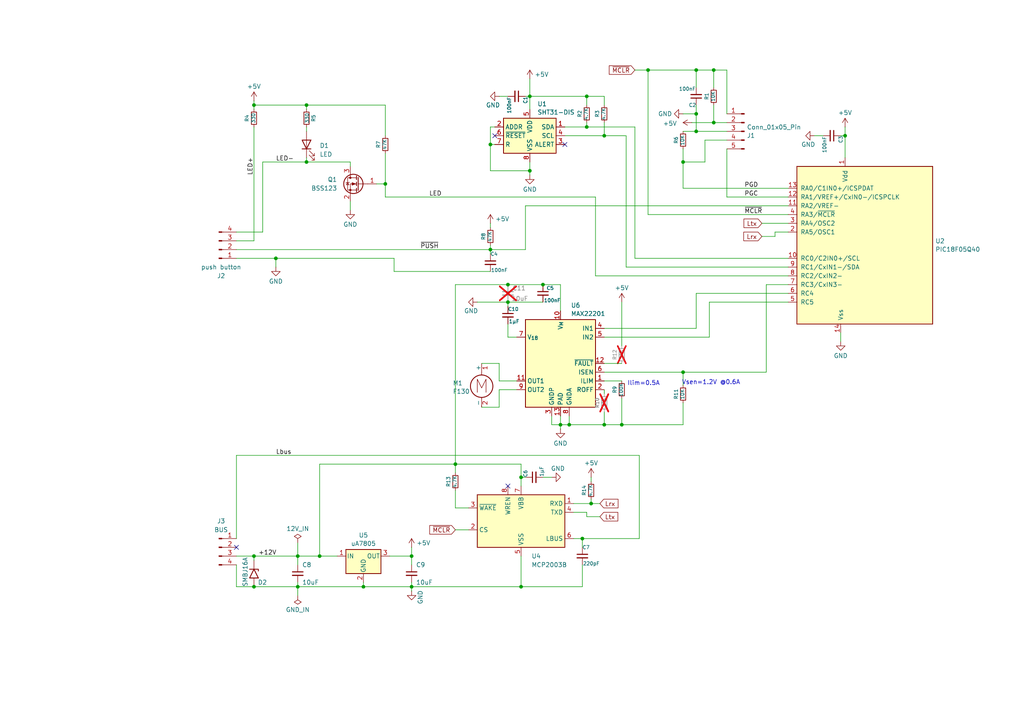
<source format=kicad_sch>
(kicad_sch (version 20231120) (generator "eeschema") (generator_version "8.0")
  (paper "A4")
  (lib_symbols
    (symbol "Connector:Conn_01x04_Pin" (pin_names (offset 1.016) hide)
      (property "Reference" "J" (at 0 5.08 0))
      (property "Value" "Conn_01x04_Pin" (at 0 -7.62 0))
      (symbol "Conn_01x04_Pin_1_1"
        (polyline (pts (xy 1.27 -5.08) (xy 0.8636 -5.08)) (stroke (width 0.1524)))
        (polyline (pts (xy 1.27 -2.54) (xy 0.8636 -2.54)) (stroke (width 0.1524)))
        (polyline (pts (xy 1.27 0) (xy 0.8636 0)) (stroke (width 0.1524)))
        (polyline (pts (xy 1.27 2.54) (xy 0.8636 2.54)) (stroke (width 0.1524)))
        (rectangle (start 0.8636 -4.953) (end 0 -5.207) (stroke (width 0.1524)) (fill (type outline)))
        (rectangle (start 0.8636 -2.413) (end 0 -2.667) (stroke (width 0.1524)) (fill (type outline)))
        (rectangle (start 0.8636 0.127) (end 0 -0.127) (stroke (width 0.1524)) (fill (type outline)))
        (rectangle (start 0.8636 2.667) (end 0 2.413) (stroke (width 0.1524)) (fill (type outline)))
        (pin passive line (at 5.08 2.54 180) (length 3.81) (name "Pin_1") (number "1"))
        (pin passive line (at 5.08 0 180) (length 3.81) (name "Pin_2") (number "2"))
        (pin passive line (at 5.08 -2.54 180) (length 3.81) (name "Pin_3") (number "3"))
        (pin passive line (at 5.08 -5.08 180) (length 3.81) (name "Pin_4") (number "4"))
      )
    )
    (symbol "Connector:Conn_01x05_Pin" (pin_names (offset 1.016) hide)
      (property "Reference" "J" (at 0 7.62 0))
      (property "Value" "Conn_01x05_Pin" (at 0 -7.62 0))
      (symbol "Conn_01x05_Pin_1_1"
        (polyline (pts (xy 1.27 -5.08) (xy 0.8636 -5.08)) (stroke (width 0.1524)))
        (polyline (pts (xy 1.27 -2.54) (xy 0.8636 -2.54)) (stroke (width 0.1524)))
        (polyline (pts (xy 1.27 0) (xy 0.8636 0)) (stroke (width 0.1524)))
        (polyline (pts (xy 1.27 2.54) (xy 0.8636 2.54)) (stroke (width 0.1524)))
        (polyline (pts (xy 1.27 5.08) (xy 0.8636 5.08)) (stroke (width 0.1524)))
        (rectangle (start 0.8636 -4.953) (end 0 -5.207) (stroke (width 0.1524)) (fill (type outline)))
        (rectangle (start 0.8636 -2.413) (end 0 -2.667) (stroke (width 0.1524)) (fill (type outline)))
        (rectangle (start 0.8636 0.127) (end 0 -0.127) (stroke (width 0.1524)) (fill (type outline)))
        (rectangle (start 0.8636 2.667) (end 0 2.413) (stroke (width 0.1524)) (fill (type outline)))
        (rectangle (start 0.8636 5.207) (end 0 4.953) (stroke (width 0.1524)) (fill (type outline)))
        (pin passive line (at 5.08 5.08 180) (length 3.81) (name "Pin_1") (number "1"))
        (pin passive line (at 5.08 2.54 180) (length 3.81) (name "Pin_2") (number "2"))
        (pin passive line (at 5.08 0 180) (length 3.81) (name "Pin_3") (number "3"))
        (pin passive line (at 5.08 -2.54 180) (length 3.81) (name "Pin_4") (number "4"))
        (pin passive line (at 5.08 -5.08 180) (length 3.81) (name "Pin_5") (number "5"))
      )
    )
    (symbol "Device:C_Small" (pin_numbers hide) (pin_names (offset 0.254) hide)
      (property "Reference" "C" (at 0.254 1.778 0))
      (property "Value" "C_Small" (at 0.254 -2.032 0))
      (symbol "C_Small_0_1"
        (polyline (pts (xy -1.524 -0.508) (xy 1.524 -0.508)) (stroke (width 0.3302)))
        (polyline (pts (xy -1.524 0.508) (xy 1.524 0.508)) (stroke (width 0.3048)))
      )
      (symbol "C_Small_1_1"
        (pin passive line (at 0 2.54 270) (length 2.032) (name "~") (number "1"))
        (pin passive line (at 0 -2.54 90) (length 2.032) (name "~") (number "2"))
      )
    )
    (symbol "Device:LED" (pin_numbers hide) (pin_names (offset 1.016) hide)
      (property "Reference" "D" (at 0 2.54 0))
      (property "Value" "LED" (at 0 -2.54 0))
      (symbol "LED_0_1"
        (polyline (pts (xy -1.27 -1.27) (xy -1.27 1.27)) (stroke (width 0.254)))
        (polyline (pts (xy -1.27 0) (xy 1.27 0)))
        (polyline (pts (xy 1.27 -1.27) (xy 1.27 1.27) (xy -1.27 0) (xy 1.27 -1.27)) (stroke (width 0.254)))
        (polyline (pts (xy -3.048 -0.762) (xy -4.572 -2.286) (xy -3.81 -2.286) (xy -4.572 -2.286) (xy -4.572 -1.524)))
        (polyline (pts (xy -1.778 -0.762) (xy -3.302 -2.286) (xy -2.54 -2.286) (xy -3.302 -2.286) (xy -3.302 -1.524)))
      )
      (symbol "LED_1_1"
        (pin passive line (at -3.81 0 0) (length 2.54) (name "K") (number "1"))
        (pin passive line (at 3.81 0 180) (length 2.54) (name "A") (number "2"))
      )
    )
    (symbol "Device:R_Small" (pin_numbers hide) (pin_names (offset 0.254) hide)
      (property "Reference" "R" (at 0.762 0.508 0))
      (property "Value" "R_Small" (at 0.762 -1.016 0))
      (symbol "R_Small_0_1"
        (rectangle (start -0.762 1.778) (end 0.762 -1.778) (stroke (width 0.2032)))
      )
      (symbol "R_Small_1_1"
        (pin passive line (at 0 2.54 270) (length 0.762) (name "~") (number "1"))
        (pin passive line (at 0 -2.54 90) (length 0.762) (name "~") (number "2"))
      )
    )
    (symbol "Diode:1.5KExxA" (pin_numbers hide) (pin_names (offset 1.016) hide)
      (property "Reference" "D" (at 0 2.54 0))
      (property "Value" "1.5KExxA" (at 0 -2.54 0))
      (symbol "1.5KExxA_0_1"
        (polyline (pts (xy -0.762 1.27) (xy -1.27 1.27) (xy -1.27 -1.27)) (stroke (width 0.254)))
        (polyline (pts (xy 1.27 1.27) (xy 1.27 -1.27) (xy -1.27 0) (xy 1.27 1.27)) (stroke (width 0.254)))
      )
      (symbol "1.5KExxA_1_1"
        (pin passive line (at -3.81 0 0) (length 2.54) (name "A1") (number "1"))
        (pin passive line (at 3.81 0 180) (length 2.54) (name "A2") (number "2"))
      )
    )
    (symbol "Driver_Motor:MAX22201"
      (property "Reference" "U" (at 7.62 -13.97 0))
      (property "Value" "MAX22201" (at 0 5.08 0))
      (symbol "MAX22201_0_1"
        (rectangle (start -10.16 12.7) (end 10.16 -12.7) (stroke (width 0.254)) (fill (type background)))
      )
      (symbol "MAX22201_1_1"
        (pin input line (at -12.7 -5.08 0) (length 2.54) (name "ILIM") (number "1"))
        (pin power_in line (at 0 15.24 270) (length 2.54) (name "V_{M}") (number "10"))
        (pin output line (at 12.7 -5.08 180) (length 2.54) (name "OUT1") (number "11"))
        (pin open_collector line (at -12.7 0 0) (length 2.54) (name "~{FAULT}") (number "12"))
        (pin passive line (at 0 -15.24 90) (length 2.54) (name "PAD") (number "13"))
        (pin input line (at -12.7 -7.62 0) (length 2.54) (name "ROFF") (number "2"))
        (pin power_in line (at 2.54 -15.24 90) (length 2.54) (name "GNDP") (number "3"))
        (pin input line (at -12.7 10.16 0) (length 2.54) (name "IN1") (number "4"))
        (pin input line (at -12.7 7.62 0) (length 2.54) (name "IN2") (number "5"))
        (pin output line (at -12.7 -2.54 0) (length 2.54) (name "ISEN") (number "6"))
        (pin power_out line (at 12.7 7.62 180) (length 2.54) (name "V_{18}") (number "7"))
        (pin power_in line (at -2.54 -15.24 90) (length 2.54) (name "GNDA") (number "8"))
        (pin output line (at 12.7 -7.62 180) (length 2.54) (name "OUT2") (number "9"))
      )
    )
    (symbol "Motor:Motor_DC" (pin_names (offset 0))
      (property "Reference" "M" (at 2.54 2.54 0))
      (property "Value" "Motor_DC" (at 2.54 -5.08 0))
      (symbol "Motor_DC_0_0"
        (polyline (pts (xy -1.27 -3.302) (xy -1.27 0.508) (xy 0 -2.032) (xy 1.27 0.508) (xy 1.27 -3.302)))
      )
      (symbol "Motor_DC_0_1"
        (circle (center 0 -1.524) (radius 3.2512) (stroke (width 0.254)))
        (polyline (pts (xy 0 -7.62) (xy 0 -7.112)))
        (polyline (pts (xy 0 -4.7752) (xy 0 -5.1816)))
        (polyline (pts (xy 0 1.7272) (xy 0 2.0828)))
        (polyline (pts (xy 0 2.032) (xy 0 2.54)))
      )
      (symbol "Motor_DC_1_1"
        (pin passive line (at 0 5.08 270) (length 2.54) (name "+") (number "1"))
        (pin passive line (at 0 -7.62 90) (length 2.54) (name "-") (number "2"))
      )
    )
    (symbol "Regulator_Linear:uA7805" (pin_names (offset 0.254))
      (property "Reference" "U" (at -3.81 3.175 0))
      (property "Value" "uA7805" (at 0 3.175 0))
      (symbol "uA7805_0_1"
        (rectangle (start -5.08 1.905) (end 5.08 -5.08) (stroke (width 0.254)) (fill (type background)))
      )
      (symbol "uA7805_1_1"
        (pin power_in line (at -7.62 0 0) (length 2.54) (name "IN") (number "1"))
        (pin power_in line (at 0 -7.62 90) (length 2.54) (name "GND") (number "2"))
        (pin power_out line (at 7.62 0 180) (length 2.54) (name "OUT") (number "3"))
      )
    )
    (symbol "Sensor_Humidity:SHT31-DIS"
      (property "Reference" "U" (at -6.35 6.35 0))
      (property "Value" "SHT31-DIS" (at 6.35 6.35 0))
      (symbol "SHT31-DIS_0_1"
        (rectangle (start -7.62 5.08) (end 7.62 -5.08) (stroke (width 0.254)) (fill (type background)))
      )
      (symbol "SHT31-DIS_1_1"
        (pin bidirectional line (at 10.16 2.54 180) (length 2.54) (name "SDA") (number "1"))
        (pin input line (at -10.16 2.54 0) (length 2.54) (name "ADDR") (number "2"))
        (pin output line (at 10.16 -2.54 180) (length 2.54) (name "ALERT") (number "3"))
        (pin input line (at 10.16 0 180) (length 2.54) (name "SCL") (number "4"))
        (pin power_in line (at 0 7.62 270) (length 2.54) (name "VDD") (number "5"))
        (pin input line (at -10.16 0 0) (length 2.54) (name "~{RESET}") (number "6"))
        (pin passive line (at -10.16 -2.54 0) (length 2.54) (name "R") (number "7"))
        (pin power_in line (at 0 -7.62 90) (length 2.54) (name "VSS") (number "8"))
        (pin passive line (at 0 -7.62 90) (length 2.54) hide (name "VSS") (number "9"))
      )
    )
    (symbol "Transistor_FET:BSS123" (pin_names hide)
      (property "Reference" "Q" (at 5.08 1.905 0))
      (property "Value" "BSS123" (at 5.08 0 0))
      (symbol "BSS123_0_1"
        (polyline (pts (xy 0.254 0) (xy -2.54 0)))
        (polyline (pts (xy 0.254 1.905) (xy 0.254 -1.905)) (stroke (width 0.254)))
        (polyline (pts (xy 0.762 -1.27) (xy 0.762 -2.286)) (stroke (width 0.254)))
        (polyline (pts (xy 0.762 0.508) (xy 0.762 -0.508)) (stroke (width 0.254)))
        (polyline (pts (xy 0.762 2.286) (xy 0.762 1.27)) (stroke (width 0.254)))
        (polyline (pts (xy 2.54 2.54) (xy 2.54 1.778)))
        (polyline (pts (xy 2.54 -2.54) (xy 2.54 0) (xy 0.762 0)))
        (polyline (pts (xy 0.762 -1.778) (xy 3.302 -1.778) (xy 3.302 1.778) (xy 0.762 1.778)))
        (polyline (pts (xy 1.016 0) (xy 2.032 0.381) (xy 2.032 -0.381) (xy 1.016 0)) (fill (type outline)))
        (polyline (pts (xy 2.794 0.508) (xy 2.921 0.381) (xy 3.683 0.381) (xy 3.81 0.254)))
        (polyline (pts (xy 3.302 0.381) (xy 2.921 -0.254) (xy 3.683 -0.254) (xy 3.302 0.381)))
        (circle (center 1.651 0) (radius 2.794) (stroke (width 0.254)))
        (circle (center 2.54 -1.778) (radius 0.254) (fill (type outline)))
        (circle (center 2.54 1.778) (radius 0.254) (fill (type outline)))
      )
      (symbol "BSS123_1_1"
        (pin input line (at -5.08 0 0) (length 2.54) (name "G") (number "1"))
        (pin passive line (at 2.54 -5.08 90) (length 2.54) (name "S") (number "2"))
        (pin passive line (at 2.54 5.08 270) (length 2.54) (name "D") (number "3"))
      )
    )
    (symbol "microchip-local:MCP2003B"
      (property "Reference" "U" (at -11.811 8.763 0))
      (property "Value" "MCP2003B" (at 3.81 8.89 0))
      (symbol "MCP2003B_0_1"
        (rectangle (start -12.7 7.62) (end 12.7 -7.62) (stroke (width 0.254)) (fill (type background)))
      )
      (symbol "MCP2003B_1_1"
        (pin open_collector line (at -15.24 5.08 0) (length 2.54) (name "RXD") (number "1"))
        (pin input line (at 15.24 -2.54 180) (length 2.54) (name "CS") (number "2"))
        (pin input line (at 15.24 3.81 180) (length 2.54) (name "~{WAKE}") (number "3"))
        (pin input line (at -15.24 2.54 0) (length 2.54) (name "TXD") (number "4"))
        (pin power_in line (at 0 -10.16 90) (length 2.54) (name "VSS") (number "5"))
        (pin open_collector line (at -15.24 -5.08 0) (length 2.54) (name "LBUS") (number "6"))
        (pin power_in line (at 0 10.16 270) (length 2.54) (name "VBB") (number "7"))
        (pin open_collector line (at 3.81 10.16 270) (length 2.54) (name "WREN") (number "8"))
      )
    )
    (symbol "microchip-local:PIC18F05Q40" (pin_names (offset 1.016))
      (property "Reference" "U" (at -17.78 24.13 0))
      (property "Value" "PIC18F05Q40" (at 17.78 24.13 0))
      (symbol "PIC18F05Q40_0_1"
        (rectangle (start -21.59 22.86) (end 17.78 -22.86) (stroke (width 0.254)) (fill (type background)))
      )
      (symbol "PIC18F05Q40_1_1"
        (pin power_in line (at -7.62 25.4 270) (length 2.54) (name "Vdd") (number "1"))
        (pin bidirectional line (at -24.13 -3.81 0) (length 2.54) (name "RC0/C2IN0+/SCL") (number "10"))
        (pin bidirectional line (at -24.13 11.43 0) (length 2.54) (name "RA2/VREF-") (number "11"))
        (pin bidirectional line (at -24.13 13.97 0) (length 2.54) (name "RA1/VREF+/CxIN0-/ICSPCLK") (number "12"))
        (pin bidirectional line (at -24.13 16.51 0) (length 2.54) (name "RA0/C1IN0+/ICSPDAT") (number "13"))
        (pin power_in line (at -8.89 -25.4 90) (length 2.54) (name "Vss") (number "14"))
        (pin bidirectional line (at -24.13 3.81 0) (length 2.54) (name "RA5/OSC1") (number "2"))
        (pin bidirectional line (at -24.13 6.35 0) (length 2.54) (name "RA4/OSC2") (number "3"))
        (pin bidirectional line (at -24.13 8.89 0) (length 2.54) (name "RA3/~{MCLR}") (number "4"))
        (pin bidirectional line (at -24.13 -16.51 0) (length 2.54) (name "RC5") (number "5"))
        (pin bidirectional line (at -24.13 -13.97 0) (length 2.54) (name "RC4") (number "6"))
        (pin bidirectional line (at -24.13 -11.43 0) (length 2.54) (name "RC3/CxIN3-") (number "7"))
        (pin bidirectional line (at -24.13 -8.89 0) (length 2.54) (name "RC2/CxIN2-") (number "8"))
        (pin bidirectional line (at -24.13 -6.35 0) (length 2.54) (name "RC1/CxIN1-/SDA") (number "9"))
      )
    )
    (symbol "power:+5V" (power) (pin_numbers hide) (pin_names (offset 0) hide)
      (property "Value" "+5V" (at 0 3.556 0))
      (symbol "+5V_0_1"
        (polyline (pts (xy -0.762 1.27) (xy 0 2.54)))
        (polyline (pts (xy 0 0) (xy 0 2.54)))
        (polyline (pts (xy 0 2.54) (xy 0.762 1.27)))
      )
      (symbol "+5V_1_1"
        (pin power_in line (at 0 0 90) (length 0) (name "~") (number "1"))
      )
    )
    (symbol "power:GND" (power) (pin_numbers hide) (pin_names (offset 0) hide)
      (property "Value" "GND" (at 0 -3.81 0))
      (symbol "GND_0_1"
        (polyline (pts (xy 0 0) (xy 0 -1.27) (xy 1.27 -1.27) (xy 0 -2.54) (xy -1.27 -1.27) (xy 0 -1.27)))
      )
      (symbol "GND_1_1"
        (pin power_in line (at 0 0 270) (length 0) (name "~") (number "1"))
      )
    )
    (symbol "power:PWR_FLAG" (power) (pin_numbers hide) (pin_names (offset 0) hide)
      (property "Value" "PWR_FLAG" (at 0 3.81 0))
      (symbol "PWR_FLAG_0_0"
        (pin power_out line (at 0 0 90) (length 0) (name "~") (number "1"))
      )
      (symbol "PWR_FLAG_0_1"
        (polyline (pts (xy 0 0) (xy 0 1.27) (xy -1.016 1.905) (xy 0 2.54) (xy 1.016 1.905) (xy 0 1.27)))
      )
    )
  )
  (junction (at 171.45 146.05))
  (junction (at 198.12 107.95))
  (junction (at 201.93 38.1))
  (junction (at 73.66 161.29))
  (junction (at 201.93 20.32))
  (junction (at 73.66 30.48))
  (junction (at 142.24 41.91))
  (junction (at 119.38 170.18))
  (junction (at 151.13 138.43))
  (junction (at 119.38 161.29))
  (junction (at 147.32 82.55))
  (junction (at 142.24 72.39))
  (junction (at 162.56 123.19))
  (junction (at 201.93 33.02))
  (junction (at 105.41 170.18))
  (junction (at 175.26 123.19))
  (junction (at 245.11 39.37))
  (junction (at 198.12 46.99))
  (junction (at 170.18 27.94))
  (junction (at 132.08 134.62))
  (junction (at 153.67 49.53))
  (junction (at 86.36 170.18))
  (junction (at 175.26 39.37))
  (junction (at 86.36 161.29))
  (junction (at 207.01 20.32))
  (junction (at 153.67 27.94))
  (junction (at 157.48 82.55))
  (junction (at 151.13 170.18))
  (junction (at 170.18 36.83))
  (junction (at 111.76 53.34))
  (junction (at 207.01 35.56))
  (junction (at 80.01 74.93))
  (junction (at 88.9 30.48))
  (junction (at 92.71 161.29))
  (junction (at 147.32 87.63))
  (junction (at 73.66 170.18))
  (junction (at 88.9 46.99))
  (junction (at 187.96 20.32))
  (junction (at 180.34 123.19))
  (junction (at 165.1 123.19))
  (junction (at 168.91 156.21))
  (no_connect (at 68.58 158.75))
  (no_connect (at 147.32 140.97))
  (no_connect (at 163.83 41.91))
  (no_connect (at 143.51 39.37))
  (wire (pts (xy 73.66 30.48) (xy 73.66 31.75)))
  (wire (pts (xy 114.3 74.93) (xy 80.01 74.93)))
  (wire (pts (xy 114.3 78.74) (xy 114.3 74.93)))
  (wire (pts (xy 175.26 105.41) (xy 180.34 105.41)))
  (wire (pts (xy 220.98 68.58) (xy 224.79 68.58)))
  (wire (pts (xy 147.32 97.79) (xy 149.86 97.79)))
  (wire (pts (xy 144.78 105.41) (xy 139.7 105.41)))
  (wire (pts (xy 245.11 39.37) (xy 243.84 39.37)))
  (wire (pts (xy 151.13 138.43) (xy 152.4 138.43)))
  (wire (pts (xy 228.6 59.69) (xy 152.4 59.69)))
  (wire (pts (xy 132.08 147.32) (xy 135.89 147.32)))
  (wire (pts (xy 228.6 54.61) (xy 198.12 54.61)))
  (wire (pts (xy 105.41 168.91) (xy 105.41 170.18)))
  (wire (pts (xy 86.36 161.29) (xy 92.71 161.29)))
  (wire (pts (xy 175.26 119.38) (xy 175.26 123.19)))
  (wire (pts (xy 243.84 96.52) (xy 243.84 99.06)))
  (wire (pts (xy 201.93 20.32) (xy 201.93 25.4)))
  (wire (pts (xy 86.36 161.29) (xy 86.36 163.83)))
  (wire (pts (xy 166.37 148.59) (xy 170.18 148.59)))
  (wire (pts (xy 170.18 148.59) (xy 170.18 149.86)))
  (wire (pts (xy 198.12 46.99) (xy 198.12 43.18)))
  (wire (pts (xy 168.91 170.18) (xy 151.13 170.18)))
  (wire (pts (xy 210.82 33.02) (xy 210.82 20.32)))
  (wire (pts (xy 142.24 49.53) (xy 153.67 49.53)))
  (wire (pts (xy 68.58 67.31) (xy 76.2 67.31)))
  (wire (pts (xy 149.86 110.49) (xy 144.78 110.49)))
  (wire (pts (xy 207.01 35.56) (xy 210.82 35.56)))
  (wire (pts (xy 73.66 29.21) (xy 73.66 30.48)))
  (wire (pts (xy 68.58 74.93) (xy 80.01 74.93)))
  (wire (pts (xy 181.61 39.37) (xy 175.26 39.37)))
  (wire (pts (xy 142.24 41.91) (xy 142.24 49.53)))
  (wire (pts (xy 88.9 30.48) (xy 73.66 30.48)))
  (wire (pts (xy 101.6 46.99) (xy 101.6 48.26)))
  (wire (pts (xy 142.24 36.83) (xy 142.24 41.91)))
  (wire (pts (xy 153.67 49.53) (xy 153.67 46.99)))
  (wire (pts (xy 153.67 27.94) (xy 153.67 31.75)))
  (wire (pts (xy 162.56 82.55) (xy 162.56 90.17)))
  (wire (pts (xy 132.08 134.62) (xy 132.08 137.16)))
  (wire (pts (xy 144.78 105.41) (xy 144.78 110.49)))
  (wire (pts (xy 88.9 46.99) (xy 101.6 46.99)))
  (wire (pts (xy 101.6 58.42) (xy 101.6 60.96)))
  (wire (pts (xy 198.12 54.61) (xy 198.12 46.99)))
  (wire (pts (xy 149.86 113.03) (xy 144.78 113.03)))
  (wire (pts (xy 86.36 170.18) (xy 105.41 170.18)))
  (wire (pts (xy 180.34 115.57) (xy 180.34 123.19)))
  (wire (pts (xy 204.47 40.64) (xy 204.47 46.99)))
  (wire (pts (xy 163.83 39.37) (xy 175.26 39.37)))
  (wire (pts (xy 172.72 57.15) (xy 172.72 80.01)))
  (wire (pts (xy 88.9 31.75) (xy 88.9 30.48)))
  (wire (pts (xy 205.74 87.63) (xy 205.74 97.79)))
  (wire (pts (xy 220.98 64.77) (xy 228.6 64.77)))
  (wire (pts (xy 187.96 62.23) (xy 228.6 62.23)))
  (wire (pts (xy 201.93 20.32) (xy 207.01 20.32)))
  (wire (pts (xy 204.47 46.99) (xy 198.12 46.99)))
  (wire (pts (xy 109.22 53.34) (xy 111.76 53.34)))
  (wire (pts (xy 151.13 134.62) (xy 132.08 134.62)))
  (wire (pts (xy 224.79 67.31) (xy 228.6 67.31)))
  (wire (pts (xy 132.08 134.62) (xy 92.71 134.62)))
  (wire (pts (xy 76.2 67.31) (xy 76.2 46.99)))
  (wire (pts (xy 166.37 146.05) (xy 171.45 146.05)))
  (wire (pts (xy 224.79 68.58) (xy 224.79 67.31)))
  (wire (pts (xy 111.76 30.48) (xy 88.9 30.48)))
  (wire (pts (xy 201.93 30.48) (xy 201.93 33.02)))
  (wire (pts (xy 132.08 142.24) (xy 132.08 147.32)))
  (wire (pts (xy 111.76 39.37) (xy 111.76 30.48)))
  (wire (pts (xy 68.58 72.39) (xy 142.24 72.39)))
  (wire (pts (xy 168.91 163.83) (xy 168.91 170.18)))
  (wire (pts (xy 228.6 57.15) (xy 210.82 57.15)))
  (wire (pts (xy 73.66 161.29) (xy 73.66 162.56)))
  (wire (pts (xy 170.18 27.94) (xy 153.67 27.94)))
  (wire (pts (xy 147.32 27.94) (xy 144.78 27.94)))
  (wire (pts (xy 68.58 170.18) (xy 73.66 170.18)))
  (wire (pts (xy 142.24 72.39) (xy 142.24 73.66)))
  (wire (pts (xy 142.24 72.39) (xy 142.24 71.12)))
  (wire (pts (xy 170.18 149.86) (xy 173.99 149.86)))
  (wire (pts (xy 153.67 27.94) (xy 152.4 27.94)))
  (wire (pts (xy 201.93 38.1) (xy 210.82 38.1)))
  (wire (pts (xy 198.12 123.19) (xy 180.34 123.19)))
  (wire (pts (xy 142.24 78.74) (xy 114.3 78.74)))
  (wire (pts (xy 184.15 74.93) (xy 228.6 74.93)))
  (wire (pts (xy 198.12 38.1) (xy 201.93 38.1)))
  (wire (pts (xy 181.61 39.37) (xy 181.61 77.47)))
  (wire (pts (xy 222.25 82.55) (xy 222.25 107.95)))
  (wire (pts (xy 119.38 168.91) (xy 119.38 170.18)))
  (wire (pts (xy 68.58 163.83) (xy 68.58 170.18)))
  (wire (pts (xy 160.02 123.19) (xy 162.56 123.19)))
  (wire (pts (xy 168.91 156.21) (xy 168.91 158.75)))
  (wire (pts (xy 151.13 170.18) (xy 119.38 170.18)))
  (wire (pts (xy 144.78 118.11) (xy 139.7 118.11)))
  (wire (pts (xy 119.38 158.75) (xy 119.38 161.29)))
  (wire (pts (xy 86.36 168.91) (xy 86.36 170.18)))
  (wire (pts (xy 111.76 57.15) (xy 172.72 57.15)))
  (wire (pts (xy 86.36 172.72) (xy 86.36 170.18)))
  (wire (pts (xy 142.24 64.77) (xy 142.24 66.04)))
  (wire (pts (xy 73.66 69.85) (xy 68.58 69.85)))
  (wire (pts (xy 201.93 33.02) (xy 201.93 38.1)))
  (wire (pts (xy 171.45 138.43) (xy 171.45 139.7)))
  (wire (pts (xy 170.18 36.83) (xy 170.18 35.56)))
  (wire (pts (xy 170.18 27.94) (xy 170.18 30.48)))
  (wire (pts (xy 151.13 138.43) (xy 151.13 134.62)))
  (wire (pts (xy 175.26 30.48) (xy 175.26 27.94)))
  (wire (pts (xy 165.1 120.65) (xy 165.1 123.19)))
  (wire (pts (xy 245.11 39.37) (xy 245.11 45.72)))
  (wire (pts (xy 147.32 82.55) (xy 157.48 82.55)))
  (wire (pts (xy 185.42 156.21) (xy 168.91 156.21)))
  (wire (pts (xy 68.58 156.21) (xy 68.58 132.08)))
  (wire (pts (xy 175.26 27.94) (xy 170.18 27.94)))
  (wire (pts (xy 210.82 40.64) (xy 204.47 40.64)))
  (wire (pts (xy 142.24 72.39) (xy 152.4 72.39)))
  (wire (pts (xy 168.91 156.21) (xy 166.37 156.21)))
  (wire (pts (xy 184.15 36.83) (xy 170.18 36.83)))
  (wire (pts (xy 184.15 20.32) (xy 187.96 20.32)))
  (wire (pts (xy 201.93 85.09) (xy 201.93 95.25)))
  (wire (pts (xy 175.26 107.95) (xy 198.12 107.95)))
  (wire (pts (xy 68.58 161.29) (xy 73.66 161.29)))
  (wire (pts (xy 147.32 87.63) (xy 147.32 88.9)))
  (wire (pts (xy 165.1 123.19) (xy 162.56 123.19)))
  (wire (pts (xy 151.13 161.29) (xy 151.13 170.18)))
  (wire (pts (xy 119.38 170.18) (xy 119.38 171.45)))
  (wire (pts (xy 105.41 170.18) (xy 119.38 170.18)))
  (wire (pts (xy 132.08 134.62) (xy 132.08 82.55)))
  (wire (pts (xy 175.26 123.19) (xy 165.1 123.19)))
  (wire (pts (xy 160.02 120.65) (xy 160.02 123.19)))
  (wire (pts (xy 228.6 85.09) (xy 201.93 85.09)))
  (wire (pts (xy 151.13 140.97) (xy 151.13 138.43)))
  (wire (pts (xy 207.01 30.48) (xy 207.01 35.56)))
  (wire (pts (xy 119.38 163.83) (xy 119.38 161.29)))
  (wire (pts (xy 80.01 74.93) (xy 80.01 77.47)))
  (wire (pts (xy 175.26 97.79) (xy 205.74 97.79)))
  (wire (pts (xy 171.45 144.78) (xy 171.45 146.05)))
  (wire (pts (xy 147.32 87.63) (xy 138.43 87.63)))
  (wire (pts (xy 180.34 100.33) (xy 180.34 87.63)))
  (wire (pts (xy 111.76 53.34) (xy 111.76 57.15)))
  (wire (pts (xy 147.32 97.79) (xy 147.32 93.98)))
  (wire (pts (xy 187.96 20.32) (xy 201.93 20.32)))
  (wire (pts (xy 162.56 123.19) (xy 162.56 124.46)))
  (wire (pts (xy 143.51 41.91) (xy 142.24 41.91)))
  (wire (pts (xy 175.26 95.25) (xy 201.93 95.25)))
  (wire (pts (xy 200.66 35.56) (xy 207.01 35.56)))
  (wire (pts (xy 228.6 80.01) (xy 172.72 80.01)))
  (wire (pts (xy 76.2 46.99) (xy 88.9 46.99)))
  (wire (pts (xy 198.12 107.95) (xy 198.12 111.76)))
  (wire (pts (xy 153.67 49.53) (xy 153.67 50.8)))
  (wire (pts (xy 222.25 107.95) (xy 198.12 107.95)))
  (wire (pts (xy 171.45 146.05) (xy 173.99 146.05)))
  (wire (pts (xy 157.48 82.55) (xy 162.56 82.55)))
  (wire (pts (xy 175.26 113.03) (xy 175.26 114.3)))
  (wire (pts (xy 132.08 153.67) (xy 135.89 153.67)))
  (wire (pts (xy 73.66 161.29) (xy 86.36 161.29)))
  (wire (pts (xy 175.26 39.37) (xy 175.26 35.56)))
  (wire (pts (xy 228.6 77.47) (xy 181.61 77.47)))
  (wire (pts (xy 92.71 134.62) (xy 92.71 161.29)))
  (wire (pts (xy 157.48 138.43) (xy 160.02 138.43)))
  (wire (pts (xy 119.38 161.29) (xy 113.03 161.29)))
  (wire (pts (xy 73.66 170.18) (xy 86.36 170.18)))
  (wire (pts (xy 228.6 87.63) (xy 205.74 87.63)))
  (wire (pts (xy 147.32 87.63) (xy 157.48 87.63)))
  (wire (pts (xy 88.9 45.72) (xy 88.9 46.99)))
  (wire (pts (xy 180.34 123.19) (xy 175.26 123.19)))
  (wire (pts (xy 185.42 132.08) (xy 185.42 156.21)))
  (wire (pts (xy 184.15 74.93) (xy 184.15 36.83)))
  (wire (pts (xy 92.71 161.29) (xy 97.79 161.29)))
  (wire (pts (xy 86.36 157.48) (xy 86.36 161.29)))
  (wire (pts (xy 163.83 36.83) (xy 170.18 36.83)))
  (wire (pts (xy 144.78 113.03) (xy 144.78 118.11)))
  (wire (pts (xy 152.4 59.69) (xy 152.4 72.39)))
  (wire (pts (xy 187.96 62.23) (xy 187.96 20.32)))
  (wire (pts (xy 198.12 33.02) (xy 201.93 33.02)))
  (wire (pts (xy 207.01 20.32) (xy 210.82 20.32)))
  (wire (pts (xy 207.01 20.32) (xy 207.01 25.4)))
  (wire (pts (xy 73.66 36.83) (xy 73.66 69.85)))
  (wire (pts (xy 175.26 110.49) (xy 180.34 110.49)))
  (wire (pts (xy 198.12 116.84) (xy 198.12 123.19)))
  (wire (pts (xy 132.08 82.55) (xy 147.32 82.55)))
  (wire (pts (xy 228.6 82.55) (xy 222.25 82.55)))
  (wire (pts (xy 238.76 39.37) (xy 236.22 39.37)))
  (wire (pts (xy 162.56 120.65) (xy 162.56 123.19)))
  (wire (pts (xy 210.82 43.18) (xy 210.82 57.15)))
  (wire (pts (xy 153.67 22.86) (xy 153.67 27.94)))
  (wire (pts (xy 245.11 36.83) (xy 245.11 39.37)))
  (wire (pts (xy 88.9 36.83) (xy 88.9 38.1)))
  (wire (pts (xy 68.58 132.08) (xy 185.42 132.08)))
  (wire (pts (xy 143.51 36.83) (xy 142.24 36.83)))
  (wire (pts (xy 111.76 44.45) (xy 111.76 53.34)))
  (text "Ilim=0.5A" (at 186.69 111.252 0) (effects (font (size 1.27 1.27))))
  (text "Vsen=1.2V @0.6A" (at 206.248 110.998 0) (effects (font (size 1.27 1.27))))
  (label "PGD" (at 215.9 54.61 0))
  (label "~{PUSH}" (at 121.92 72.39 0))
  (label "LED-" (at 80.01 46.99 0))
  (label "LED+" (at 73.66 50.8 90))
  (label "PGC" (at 215.9 57.15 0))
  (label "LED" (at 124.46 57.15 0))
  (label "+12V" (at 74.93 161.29 0))
  (label "~{MCLR}" (at 215.9 62.23 0))
  (label "Lbus" (at 80.01 132.08 0))
  (global_label "Lrx" (shape input) (at 173.99 146.05 0) (property "Intersheetrefs" "${INTERSHEET_REFS}" (effects (hide yes))))
  (global_label "Ltx" (shape input) (at 220.98 64.77 180) (property "Intersheetrefs" "${INTERSHEET_REFS}" (effects (hide yes))))
  (global_label "~{MCLR}" (shape input) (at 184.15 20.32 180) (property "Intersheetrefs" "${INTERSHEET_REFS}" (effects (hide yes))))
  (global_label "~{MCLR}" (shape input) (at 132.08 153.67 180) (property "Intersheetrefs" "${INTERSHEET_REFS}" (effects (hide yes))))
  (global_label "Ltx" (shape input) (at 173.99 149.86 0) (property "Intersheetrefs" "${INTERSHEET_REFS}" (effects (hide yes))))
  (global_label "Lrx" (shape input) (at 220.98 68.58 180) (property "Intersheetrefs" "${INTERSHEET_REFS}" (effects (hide yes))))
  (symbol (lib_id "Device:R_Small") (at 180.34 113.03 180) (unit 1)
    (property "Reference" "R9" (at 178.308 113.03 90) (effects (font (size 1.016 1.016))))
    (property "Value" "100K" (at 180.1622 113.0554 90) (effects (font (size 1.016 1.016))))
    (property "Footprint" "Resistor_SMD:R_0805_2012Metric_Pad1.20x1.40mm_HandSolder" (effects (hide yes)))
    (property "Description" "Resistor, small symbol" (effects (hide yes)))
    (property "P/N" "stock" (effects (hide yes)))
  )
  (symbol (lib_id "power:+5V") (at 119.38 158.75 0) (unit 1)
    (property "Reference" "#PWR018" (effects (hide yes)))
    (property "Value" "+5V" (at 120.777 157.48 0) (effects (justify left)))
    (property "Description" "Power symbol creates a global label with name \"+5V\"" (effects (hide yes)))
  )
  (symbol (lib_id "Regulator_Linear:uA7805") (at 105.41 161.29 0) (unit 1)
    (property "Reference" "U5" (at 105.41 155.2405 0))
    (property "Value" "uA7805" (at 105.41 157.6648 0))
    (property "Footprint" "Package_TO_SOT_SMD:TO-252-3_TabPin2" (effects (hide yes)))
    (property "Datasheet" "http://www.ti.com/lit/ds/symlink/ua78.pdf" (effects (hide yes)))
    (property "Description" "Positive 1A 35V Linear Regulator, Fixed Output 5V, TO-220/TO-263" (effects (hide yes)))
    (property "P/N" "UA78M05CDCY" (effects (hide yes)))
  )
  (symbol (lib_id "microchip-local:PIC18F05Q40") (at 252.73 71.12 0) (unit 1)
    (property "Reference" "U2" (at 271.272 69.9078 0) (effects (justify left)))
    (property "Value" "PIC18F05Q40" (at 271.272 72.3321 0) (effects (justify left)))
    (property "Footprint" "Package_SO:SOIC-14_3.9x8.7mm_P1.27mm" (effects (hide yes)))
    (property "Description" "32K Flash, 2KByte RAM, PIC18 Microcontroller ADC PWM SPI I2C USART in SSOP14 package" (effects (hide yes)))
    (property "P/N" "PIC18F05Q40-I/SL" (effects (hide yes)))
  )
  (symbol (lib_id "power:PWR_FLAG") (at 86.36 157.48 0) (unit 1)
    (property "Reference" "#FLG01" (effects (hide yes)))
    (property "Value" "12V_IN" (at 86.36 153.3469 0))
    (property "Description" "Special symbol for telling ERC where power comes from" (effects (hide yes)))
  )
  (symbol (lib_id "Device:C_Small") (at 147.32 91.44 0) (unit 1)
    (property "Reference" "C10" (at 147.32 89.662 0) (effects (font (size 1.016 1.016)) (justify left)))
    (property "Value" "1µF" (at 147.574 93.218 0) (effects (font (size 1.016 1.016)) (justify left)))
    (property "Footprint" "Capacitor_SMD:C_0603_1608Metric_Pad1.08x0.95mm_HandSolder" (effects (hide yes)))
    (property "Description" "Unpolarized capacitor, small symbol" (effects (hide yes)))
    (property "P/N" "CGA3E1X7R1V105K080AC stock" (effects (hide yes)))
  )
  (symbol (lib_id "Driver_Motor:MAX22201") (at 162.56 105.41 0) (mirror y) (unit 1)
    (property "Reference" "U6" (at 165.5765 88.5655 0) (effects (justify right)))
    (property "Value" "MAX22201" (at 165.5765 90.9898 0) (effects (justify right)))
    (property "Footprint" "Package_DFN_QFN:Maxim_TDFN-12-1EP_3x3mm_P0.5mm_EP1.7x2.5mm" (effects (hide yes)))
    (property "Datasheet" "https://www.analog.com/media/en/technical-documentation/data-sheets/max22201-max22207.pdf" (effects (hide yes)))
    (property "Description" "36V, 3.5A Brushed Motor Driver with Integrated Current Sense and Configurable Off Time, 12-TDFN" (effects (hide yes)))
    (property "P/N" "MAX22201ATC+" (effects (hide yes)))
  )
  (symbol (lib_id "Device:C_Small") (at 154.94 138.43 90) (unit 1)
    (property "Reference" "C6" (at 152.4 138.43 0) (effects (font (size 1.016 1.016)) (justify left)))
    (property "Value" "1µF" (at 157.099 138.2776 0) (effects (font (size 1.016 1.016)) (justify left)))
    (property "Footprint" "Capacitor_SMD:C_0805_2012Metric_Pad1.18x1.45mm_HandSolder" (effects (hide yes)))
    (property "Description" "Unpolarized capacitor, small symbol" (effects (hide yes)))
    (property "P/N" "C0805C105K3RACTU ou 08053C105KAT9A (stock)" (effects (hide yes)))
  )
  (symbol (lib_id "power:GND") (at 153.67 50.8 0) (unit 1)
    (property "Reference" "#PWR08" (effects (hide yes)))
    (property "Value" "GND" (at 153.67 54.9331 0))
    (property "Description" "Power symbol creates a global label with name \"GND\" , ground" (effects (hide yes)))
  )
  (symbol (lib_id "power:GND") (at 243.84 99.06 0) (unit 1)
    (property "Reference" "#PWR014" (effects (hide yes)))
    (property "Value" "GND" (at 243.84 103.1931 0))
    (property "Description" "Power symbol creates a global label with name \"GND\" , ground" (effects (hide yes)))
  )
  (symbol (lib_id "power:+5V") (at 171.45 138.43 0) (unit 1)
    (property "Reference" "#PWR017" (effects (hide yes)))
    (property "Value" "+5V" (at 171.45 134.2969 0))
    (property "Description" "Power symbol creates a global label with name \"+5V\"" (effects (hide yes)))
  )
  (symbol (lib_id "power:GND") (at 101.6 60.96 0) (mirror y) (unit 1)
    (property "Reference" "#PWR09" (effects (hide yes)))
    (property "Value" "GND" (at 101.6 65.0931 0))
    (property "Description" "Power symbol creates a global label with name \"GND\" , ground" (effects (hide yes)))
  )
  (symbol (lib_id "power:+5V") (at 245.11 36.83 0) (unit 1)
    (property "Reference" "#PWR05" (effects (hide yes)))
    (property "Value" "+5V" (at 245.11 32.6969 0))
    (property "Description" "Power symbol creates a global label with name \"+5V\"" (effects (hide yes)))
  )
  (symbol (lib_id "power:+5V") (at 180.34 87.63 0) (unit 1)
    (property "Reference" "#PWR012" (effects (hide yes)))
    (property "Value" "+5V" (at 180.34 83.4969 0))
    (property "Description" "Power symbol creates a global label with name \"+5V\"" (effects (hide yes)))
  )
  (symbol (lib_id "microchip-local:MCP2003B") (at 151.13 151.13 0) (mirror y) (unit 1)
    (property "Reference" "U4" (at 154.1465 161.29 0) (effects (justify right)))
    (property "Value" "MCP2003B" (at 154.1465 163.83 0) (effects (justify right)))
    (property "Footprint" "Package_SO:SOIC-8_3.9x4.9mm_P1.27mm" (effects (hide yes)))
    (property "Datasheet" "https://ww1.microchip.com/downloads/en/DeviceDoc/2000546C3.pdf" (effects (hide yes)))
    (property "Description" "LIN Transceiver, SOIC-8" (effects (hide yes)))
    (property "P/N" "MCP2003B-E/SN" (effects (hide yes)))
  )
  (symbol (lib_id "power:+5V") (at 142.24 64.77 0) (unit 1)
    (property "Reference" "#PWR010" (effects (hide yes)))
    (property "Value" "+5V" (at 143.637 63.5 0) (effects (justify left)))
    (property "Description" "Power symbol creates a global label with name \"+5V\"" (effects (hide yes)))
  )
  (symbol (lib_id "power:GND") (at 160.02 138.43 90) (unit 1)
    (property "Reference" "#PWR016" (effects (hide yes)))
    (property "Value" "GND" (at 159.766 135.89 90) (effects (justify right)))
    (property "Description" "Power symbol creates a global label with name \"GND\" , ground" (effects (hide yes)))
  )
  (symbol (lib_id "Device:C_Small") (at 149.86 27.94 270) (unit 1)
    (property "Reference" "C1" (at 152.4 27.94 0) (effects (font (size 1.016 1.016)) (justify left)))
    (property "Value" "100nF" (at 147.701 28.0924 0) (effects (font (size 1.016 1.016)) (justify left)))
    (property "Footprint" "Capacitor_SMD:C_0603_1608Metric_Pad1.08x0.95mm_HandSolder" (effects (hide yes)))
    (property "Description" "Unpolarized capacitor, small symbol" (effects (hide yes)))
    (property "P/N" "stock" (effects (hide yes)))
  )
  (symbol (lib_id "Device:R_Small") (at 198.12 40.64 180) (unit 1)
    (property "Reference" "R6" (at 196.088 40.64 90) (effects (font (size 1.016 1.016))))
    (property "Value" "10K" (at 197.9422 40.6654 90) (effects (font (size 1.016 1.016))))
    (property "Footprint" "Resistor_SMD:R_0805_2012Metric_Pad1.20x1.40mm_HandSolder" (effects (hide yes)))
    (property "Description" "Resistor, small symbol" (effects (hide yes)))
    (property "P/N" "stock" (effects (hide yes)))
  )
  (symbol (lib_id "Device:C_Small") (at 241.3 39.37 270) (unit 1)
    (property "Reference" "C3" (at 243.84 39.37 0) (effects (font (size 1.016 1.016)) (justify left)))
    (property "Value" "100nF" (at 239.141 39.5224 0) (effects (font (size 1.016 1.016)) (justify left)))
    (property "Footprint" "Capacitor_SMD:C_0603_1608Metric_Pad1.08x0.95mm_HandSolder" (effects (hide yes)))
    (property "Description" "Unpolarized capacitor, small symbol" (effects (hide yes)))
    (property "P/N" "stock" (effects (hide yes)))
  )
  (symbol (lib_id "Device:R_Small") (at 175.26 33.02 180) (unit 1)
    (property "Reference" "R3" (at 173.228 33.02 90) (effects (font (size 1.016 1.016))))
    (property "Value" "4.7K" (at 175.0822 33.0454 90) (effects (font (size 1.016 1.016))))
    (property "Footprint" "Resistor_SMD:R_0805_2012Metric_Pad1.20x1.40mm_HandSolder" (effects (hide yes)))
    (property "Description" "Resistor, small symbol" (effects (hide yes)))
    (property "P/N" "stock" (effects (hide yes)))
  )
  (symbol (lib_id "Transistor_FET:BSS123") (at 104.14 53.34 0) (mirror y) (unit 1)
    (property "Reference" "Q1" (at 97.79 52.0699 0) (effects (justify left)))
    (property "Value" "BSS123" (at 97.79 54.6099 0) (effects (justify left)))
    (property "Footprint" "Package_TO_SOT_SMD:SOT-23" (effects (hide yes)))
    (property "Datasheet" "http://www.diodes.com/assets/Datasheets/ds30366.pdf" (effects (hide yes)))
    (property "Description" "0.17A Id, 100V Vds, N-Channel MOSFET, SOT-23" (effects (hide yes)))
    (property "P/N" "BSS123 (stock)" (effects (hide yes)))
  )
  (symbol (lib_id "Diode:1.5KExxA") (at 73.66 166.37 270) (unit 1)
    (property "Reference" "D2" (at 77.47 168.91 90) (effects (justify right)))
    (property "Value" "SMBJ16A" (at 71.12 170.18 0) (effects (justify right)))
    (property "Footprint" "Diode_SMD:D_SMB_Handsoldering" (effects (hide yes)))
    (property "Datasheet" "https://www.vishay.com/docs/88301/15ke.pdf" (effects (hide yes)))
    (property "P/N" " SMBJ16Ae3/TR13 (M) (stock)" (effects (hide yes)))
  )
  (symbol (lib_id "Device:C_Small") (at 201.93 27.94 180) (unit 1)
    (property "Reference" "C2" (at 201.93 30.48 0) (effects (font (size 1.016 1.016)) (justify left)))
    (property "Value" "100nF" (at 201.7776 25.781 0) (effects (font (size 1.016 1.016)) (justify left)))
    (property "Footprint" "Capacitor_SMD:C_0603_1608Metric_Pad1.08x0.95mm_HandSolder" (effects (hide yes)))
    (property "Description" "Unpolarized capacitor, small symbol" (effects (hide yes)))
    (property "P/N" "stock" (effects (hide yes)))
  )
  (symbol (lib_id "Device:R_Small") (at 180.34 102.87 180) (unit 1) (in_bom no) (dnp yes)
    (property "Reference" "R12" (at 178.308 102.87 90) (effects (font (size 1.016 1.016))))
    (property "Value" "33K" (at 180.1622 102.8954 90) (effects (font (size 1.016 1.016))))
    (property "Footprint" "Resistor_SMD:R_0805_2012Metric_Pad1.20x1.40mm_HandSolder" (effects (hide yes)))
    (property "Description" "Resistor, small symbol" (effects (hide yes)))
    (property "P/N" "stock" (effects (hide yes)))
  )
  (symbol (lib_id "Device:C_Small") (at 119.38 166.37 0) (unit 1)
    (property "Reference" "C9" (at 120.65 163.83 0) (effects (justify left)))
    (property "Value" "10uF" (at 120.65 168.91 0) (effects (justify left)))
    (property "Footprint" "Capacitor_SMD:C_0805_2012Metric_Pad1.18x1.45mm_HandSolder" (effects (hide yes)))
    (property "Description" "Unpolarized capacitor, small symbol" (effects (hide yes)))
    (property "P/N" "GRM21BC8YA106KE11L (stock)" (effects (hide yes)))
  )
  (symbol (lib_id "Device:R_Small") (at 132.08 139.7 180) (unit 1)
    (property "Reference" "R13" (at 130.048 139.7 90) (effects (font (size 1.016 1.016))))
    (property "Value" "4.7K" (at 131.9022 139.7254 90) (effects (font (size 1.016 1.016))))
    (property "Footprint" "Resistor_SMD:R_0805_2012Metric_Pad1.20x1.40mm_HandSolder" (effects (hide yes)))
    (property "Description" "Resistor, small symbol" (effects (hide yes)))
    (property "P/N" "stock" (effects (hide yes)))
  )
  (symbol (lib_id "power:GND") (at 144.78 27.94 270) (unit 1)
    (property "Reference" "#PWR02" (effects (hide yes)))
    (property "Value" "GND" (at 145.034 30.48 90) (effects (justify right)))
    (property "Description" "Power symbol creates a global label with name \"GND\" , ground" (effects (hide yes)))
  )
  (symbol (lib_id "Device:R_Small") (at 88.9 34.29 0) (unit 1)
    (property "Reference" "R5" (at 90.932 34.29 90) (effects (font (size 1.016 1.016))))
    (property "Value" "330" (at 89.0778 34.2646 90) (effects (font (size 1.016 1.016))))
    (property "Footprint" "Resistor_SMD:R_0805_2012Metric_Pad1.20x1.40mm_HandSolder" (effects (hide yes)))
    (property "Description" "Resistor, small symbol" (effects (hide yes)))
    (property "P/N" "stock ?" (effects (hide yes)))
  )
  (symbol (lib_id "power:GND") (at 138.43 87.63 270) (unit 1)
    (property "Reference" "#PWR013" (effects (hide yes)))
    (property "Value" "GND" (at 138.684 90.17 90) (effects (justify right)))
    (property "Description" "Power symbol creates a global label with name \"GND\" , ground" (effects (hide yes)))
  )
  (symbol (lib_id "Connector:Conn_01x04_Pin") (at 63.5 158.75 0) (unit 1)
    (property "Reference" "J3" (at 64.135 151.13 0))
    (property "Value" "BUS" (at 64.135 153.67 0))
    (property "Footprint" "conn-local:Molex Pico-SPOX-4_90" (effects (hide yes)))
    (property "Description" "Generic connector, single row, 01x04, script generated" (effects (hide yes)))
    (property "P/N" "87438-0443" (effects (hide yes)))
  )
  (symbol (lib_id "Device:R_Small") (at 142.24 68.58 180) (unit 1)
    (property "Reference" "R8" (at 140.208 68.58 90) (effects (font (size 1.016 1.016))))
    (property "Value" "47K" (at 142.0622 68.6054 90) (effects (font (size 1.016 1.016))))
    (property "Footprint" "Resistor_SMD:R_0805_2012Metric_Pad1.20x1.40mm_HandSolder" (effects (hide yes)))
    (property "Description" "Resistor, small symbol" (effects (hide yes)))
    (property "P/N" "stock" (effects (hide yes)))
  )
  (symbol (lib_id "Device:C_Small") (at 157.48 85.09 0) (unit 1)
    (property "Reference" "C5" (at 158.496 83.566 0) (effects (font (size 1.016 1.016)) (justify left)))
    (property "Value" "100nF" (at 157.734 87.122 0) (effects (font (size 1.016 1.016)) (justify left)))
    (property "Footprint" "Capacitor_SMD:C_0603_1608Metric_Pad1.08x0.95mm_HandSolder" (effects (hide yes)))
    (property "Description" "Unpolarized capacitor, small symbol" (effects (hide yes)))
    (property "P/N" "stock" (effects (hide yes)))
  )
  (symbol (lib_id "power:+5V") (at 73.66 29.21 0) (mirror y) (unit 1)
    (property "Reference" "#PWR03" (effects (hide yes)))
    (property "Value" "+5V" (at 73.66 25.0769 0))
    (property "Description" "Power symbol creates a global label with name \"+5V\"" (effects (hide yes)))
  )
  (symbol (lib_id "power:GND") (at 162.56 124.46 0) (unit 1)
    (property "Reference" "#PWR015" (effects (hide yes)))
    (property "Value" "GND" (at 162.56 128.5931 0))
    (property "Description" "Power symbol creates a global label with name \"GND\" , ground" (effects (hide yes)))
  )
  (symbol (lib_id "power:GND") (at 236.22 39.37 270) (unit 1)
    (property "Reference" "#PWR06" (effects (hide yes)))
    (property "Value" "GND" (at 236.474 41.91 90) (effects (justify right)))
    (property "Description" "Power symbol creates a global label with name \"GND\" , ground" (effects (hide yes)))
  )
  (symbol (lib_id "power:GND") (at 198.12 33.02 270) (unit 1)
    (property "Reference" "#PWR04" (effects (hide yes)))
    (property "Value" "GND" (at 194.9451 33.02 90) (effects (justify right)))
    (property "Description" "Power symbol creates a global label with name \"GND\" , ground" (effects (hide yes)))
  )
  (symbol (lib_id "Device:C_Small") (at 147.32 85.09 0) (unit 1) (dnp yes)
    (property "Reference" "C11" (at 148.59 83.566 0) (effects (justify left)))
    (property "Value" "10uF" (at 148.336 86.614 0) (effects (justify left)))
    (property "Footprint" "Capacitor_SMD:C_1210_3225Metric_Pad1.33x2.70mm_HandSolder" (effects (hide yes)))
    (property "Description" "Unpolarized capacitor, small symbol" (effects (hide yes)))
    (property "P/N" "C3225X5R1E106K250AA ou GCM32ER71E106KA57L (stock)" (effects (hide yes)))
  )
  (symbol (lib_id "Device:R_Small") (at 111.76 41.91 0) (mirror y) (unit 1)
    (property "Reference" "R7" (at 109.728 41.91 90) (effects (font (size 1.016 1.016))))
    (property "Value" "47K" (at 111.5822 41.8846 90) (effects (font (size 1.016 1.016))))
    (property "Footprint" "Resistor_SMD:R_0805_2012Metric_Pad1.20x1.40mm_HandSolder" (effects (hide yes)))
    (property "Description" "Resistor, small symbol" (effects (hide yes)))
    (property "P/N" "stock" (effects (hide yes)))
  )
  (symbol (lib_id "Device:R_Small") (at 207.01 27.94 180) (unit 1)
    (property "Reference" "R1" (at 204.978 27.94 90) (effects (font (size 1.016 1.016))))
    (property "Value" "10K" (at 206.8322 27.9654 90) (effects (font (size 1.016 1.016))))
    (property "Footprint" "Resistor_SMD:R_0805_2012Metric_Pad1.20x1.40mm_HandSolder" (effects (hide yes)))
    (property "Description" "Resistor, small symbol" (effects (hide yes)))
    (property "P/N" "stock" (effects (hide yes)))
  )
  (symbol (lib_id "power:PWR_FLAG") (at 86.36 172.72 180) (unit 1)
    (property "Reference" "#FLG02" (effects (hide yes)))
    (property "Value" "GND_IN" (at 86.36 176.8531 0))
    (property "Description" "Special symbol for telling ERC where power comes from" (effects (hide yes)))
  )
  (symbol (lib_id "Device:C_Small") (at 86.36 166.37 0) (unit 1)
    (property "Reference" "C8" (at 87.63 163.83 0) (effects (justify left)))
    (property "Value" "10uF" (at 87.63 168.91 0) (effects (justify left)))
    (property "Footprint" "Capacitor_SMD:C_1210_3225Metric_Pad1.33x2.70mm_HandSolder" (effects (hide yes)))
    (property "Description" "Unpolarized capacitor, small symbol" (effects (hide yes)))
    (property "P/N" "C3225X5R1E106K250AA ou GCM32ER71E106KA57L (stock)" (effects (hide yes)))
  )
  (symbol (lib_id "power:GND") (at 119.38 171.45 0) (unit 1)
    (property "Reference" "#PWR019" (effects (hide yes)))
    (property "Value" "GND" (at 121.92 171.196 90) (effects (justify right)))
    (property "Description" "Power symbol creates a global label with name \"GND\" , ground" (effects (hide yes)))
  )
  (symbol (lib_id "power:GND") (at 80.01 77.47 0) (unit 1)
    (property "Reference" "#PWR011" (effects (hide yes)))
    (property "Value" "GND" (at 80.01 81.6031 0))
    (property "Description" "Power symbol creates a global label with name \"GND\" , ground" (effects (hide yes)))
  )
  (symbol (lib_id "Device:C_Small") (at 142.24 76.2 0) (unit 1)
    (property "Reference" "C4" (at 142.24 73.66 0) (effects (font (size 1.016 1.016)) (justify left)))
    (property "Value" "100nF" (at 142.3924 78.359 0) (effects (font (size 1.016 1.016)) (justify left)))
    (property "Footprint" "Capacitor_SMD:C_0603_1608Metric_Pad1.08x0.95mm_HandSolder" (effects (hide yes)))
    (property "Description" "Unpolarized capacitor, small symbol" (effects (hide yes)))
    (property "P/N" "stock" (effects (hide yes)))
  )
  (symbol (lib_id "power:+5V") (at 153.67 22.86 0) (unit 1)
    (property "Reference" "#PWR01" (effects (hide yes)))
    (property "Value" "+5V" (at 155.067 21.59 0) (effects (justify left)))
    (property "Description" "Power symbol creates a global label with name \"+5V\"" (effects (hide yes)))
  )
  (symbol (lib_id "Connector:Conn_01x04_Pin") (at 63.5 72.39 0) (mirror x) (unit 1)
    (property "Reference" "J2" (at 64.135 80.01 0))
    (property "Value" "push button" (at 64.135 77.47 0))
    (property "Footprint" "conn-local:Molex Pico-SPOX-4_90" (effects (hide yes)))
    (property "Description" "Generic connector, single row, 01x04, script generated" (effects (hide yes)))
    (property "P/N" "87438-0443" (effects (hide yes)))
  )
  (symbol (lib_id "Connector:Conn_01x05_Pin") (at 215.9 38.1 0) (mirror y) (unit 1)
    (property "Reference" "J1" (at 216.6112 39.3122 0) (effects (justify right)))
    (property "Value" "Conn_01x05_Pin" (at 216.6112 36.8879 0) (effects (justify right)))
    (property "Footprint" "conn-local:Molex_Pico-SPOX-5-Vertical" (effects (hide yes)))
    (property "Description" "Generic connector, single row, 01x05, script generated" (effects (hide yes)))
    (property "P/N" "87437-0543" (effects (hide yes)))
  )
  (symbol (lib_id "power:+5V") (at 200.66 35.56 90) (unit 1)
    (property "Reference" "#PWR07" (effects (hide yes)))
    (property "Value" "+5V" (at 194.31 35.814 90))
    (property "Description" "Power symbol creates a global label with name \"+5V\"" (effects (hide yes)))
  )
  (symbol (lib_id "Motor:Motor_DC") (at 139.7 110.49 0) (mirror y) (unit 1)
    (property "Reference" "M1" (at 131.318 111.1137 0) (effects (justify right)))
    (property "Value" "F130" (at 131.318 113.538 0) (effects (justify right)))
    (property "Footprint" "motors-local:F130" (effects (hide yes)))
    (property "Description" "DC Motor" (effects (hide yes)))
    (property "P/N" "olimex F130" (effects (hide yes)))
  )
  (symbol (lib_id "Device:R_Small") (at 73.66 34.29 0) (mirror y) (unit 1)
    (property "Reference" "R4" (at 71.628 34.29 90) (effects (font (size 1.016 1.016))))
    (property "Value" "330" (at 73.4822 34.2646 90) (effects (font (size 1.016 1.016))))
    (property "Footprint" "Resistor_SMD:R_0805_2012Metric_Pad1.20x1.40mm_HandSolder" (effects (hide yes)))
    (property "Description" "Resistor, small symbol" (effects (hide yes)))
    (property "P/N" "stock ?" (effects (hide yes)))
  )
  (symbol (lib_id "Device:R_Small") (at 170.18 33.02 180) (unit 1)
    (property "Reference" "R2" (at 168.148 33.02 90) (effects (font (size 1.016 1.016))))
    (property "Value" "4.7K" (at 170.0022 33.0454 90) (effects (font (size 1.016 1.016))))
    (property "Footprint" "Resistor_SMD:R_0805_2012Metric_Pad1.20x1.40mm_HandSolder" (effects (hide yes)))
    (property "Description" "Resistor, small symbol" (effects (hide yes)))
    (property "P/N" "stock" (effects (hide yes)))
  )
  (symbol (lib_id "Device:R_Small") (at 198.12 114.3 180) (unit 1)
    (property "Reference" "R11" (at 196.088 114.3 90) (effects (font (size 1.016 1.016))))
    (property "Value" "10K" (at 197.9422 114.3254 90) (effects (font (size 1.016 1.016))))
    (property "Footprint" "Resistor_SMD:R_0805_2012Metric_Pad1.20x1.40mm_HandSolder" (effects (hide yes)))
    (property "Description" "Resistor, small symbol" (effects (hide yes)))
    (property "P/N" "stock" (effects (hide yes)))
  )
  (symbol (lib_id "Device:R_Small") (at 171.45 142.24 180) (unit 1)
    (property "Reference" "R14" (at 169.418 142.24 90) (effects (font (size 1.016 1.016))))
    (property "Value" "4.7K" (at 171.2722 142.2654 90) (effects (font (size 1.016 1.016))))
    (property "Footprint" "Resistor_SMD:R_0805_2012Metric_Pad1.20x1.40mm_HandSolder" (effects (hide yes)))
    (property "Description" "Resistor, small symbol" (effects (hide yes)))
    (property "P/N" "stock" (effects (hide yes)))
  )
  (symbol (lib_id "Device:LED") (at 88.9 41.91 90) (unit 1)
    (property "Reference" "D1" (at 92.71 42.2274 90) (effects (justify right)))
    (property "Value" "LED" (at 92.71 44.7674 90) (effects (justify right)))
    (property "Footprint" "LED_SMD:LED_0603_1608Metric_Pad1.05x0.95mm_HandSolder" (effects (hide yes)))
    (property "Description" "Light emitting diode" (effects (hide yes)))
    (property "P/N" "APT1608EC (stock)" (effects (hide yes)))
  )
  (symbol (lib_id "Device:R_Small") (at 175.26 116.84 180) (unit 1) (in_bom no) (dnp yes)
    (property "Reference" "R10" (at 173.228 116.84 90) (effects (font (size 1.016 1.016))))
    (property "Value" "33K" (at 175.0822 116.8654 90) (effects (font (size 1.016 1.016))))
    (property "Footprint" "Resistor_SMD:R_0805_2012Metric_Pad1.20x1.40mm_HandSolder" (effects (hide yes)))
    (property "Description" "Resistor, small symbol" (effects (hide yes)))
    (property "P/N" "stock" (effects (hide yes)))
  )
  (symbol (lib_id "Device:C_Small") (at 168.91 161.29 0) (unit 1)
    (property "Reference" "C7" (at 168.91 158.75 0) (effects (font (size 1.016 1.016)) (justify left)))
    (property "Value" "220pF" (at 169.0624 163.449 0) (effects (font (size 1.016 1.016)) (justify left)))
    (property "Footprint" "Capacitor_SMD:C_0603_1608Metric_Pad1.08x0.95mm_HandSolder" (effects (hide yes)))
    (property "Description" "Unpolarized capacitor, small symbol" (effects (hide yes)))
    (property "P/N" "C0603C221K1RACTU" (effects (hide yes)))
  )
  (symbol (lib_id "Sensor_Humidity:SHT31-DIS") (at 153.67 39.37 0) (unit 1)
    (property "Reference" "U1" (at 155.8641 30.1455 0) (effects (justify left)))
    (property "Value" "SHT31-DIS" (at 155.8641 32.5698 0) (effects (justify left)))
    (property "Footprint" "Sensor_Humidity:Sensirion_DFN-8-1EP_2.5x2.5mm_P0.5mm_EP1.1x1.7mm" (effects (hide yes)))
    (property "Datasheet" "https://www.sensirion.com/fileadmin/user_upload/customers/sensirion/Dokumente/2_Humidity_Sensors/Datasheets/Sensirion_Humidity_Sensors_SHT3x_Datasheet_digital.pdf" (effects (hide yes)))
    (property "Description" "I²C humidity and temperature sensor, ±2%RH, ±0.2°C, DFN-8" (effects (hide yes)))
    (property "P/N" "SHT31-DIS-B" (effects (hide yes)))
  )
)
</source>
